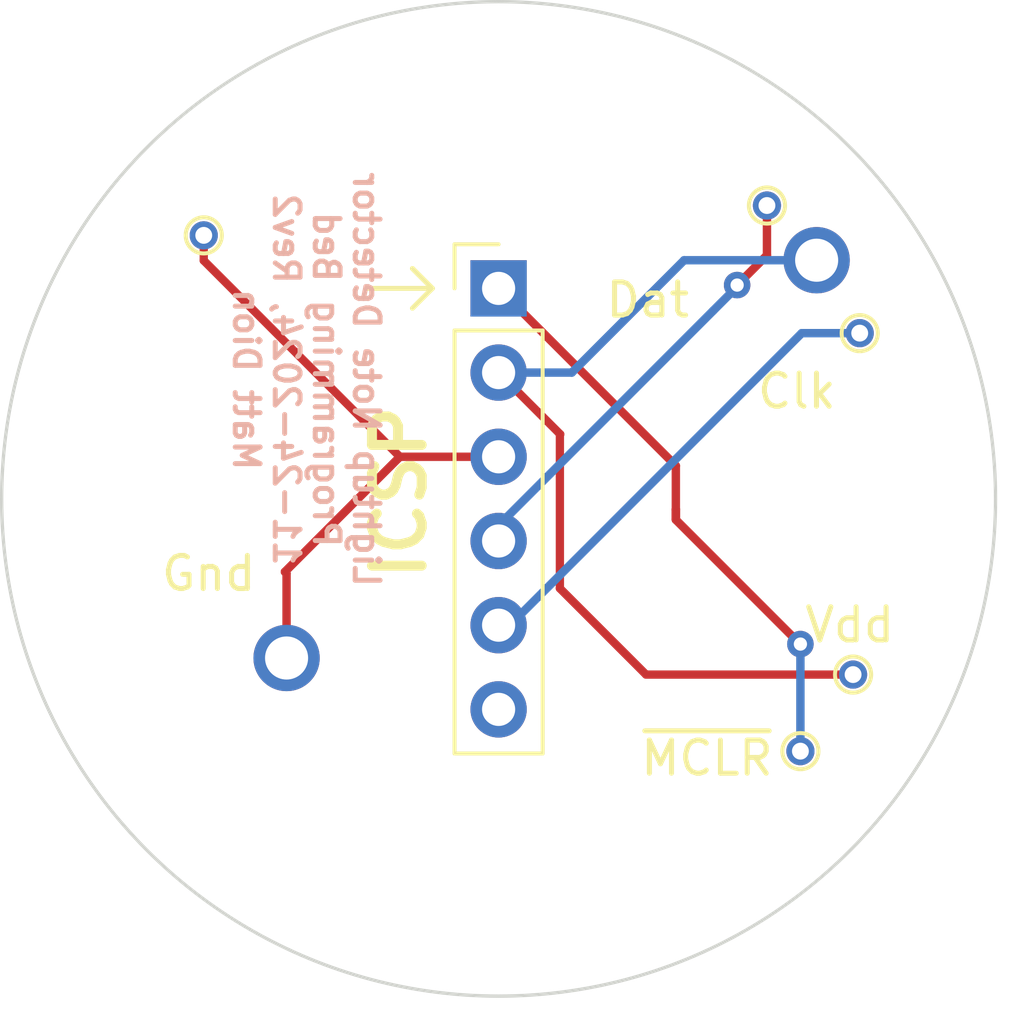
<source format=kicad_pcb>
(kicad_pcb (version 20240108) (generator "pcbnew") (generator_version "8.0")
  (layers (0 "F.Cu" signal) (31 "B.Cu" signal) (34 "B.Paste" user) (35 "F.Paste" user) (36 "B.SilkS" user "B.Silkscreen") (37 "F.SilkS" user "F.Silkscreen") (38 "B.Mask" user) (39 "F.Mask" user) (44 "Edge.Cuts" user))
  (net 0 "")
  (net 1 "Net-(J1-Pad1)")
  (net 2 "Net-(H1-Pad1)")
  (net 3 "Net-(H2-Pad1)")
  (net 4 "Net-(J1-Pad4)")
  (net 5 "Net-(J1-Pad5)")
  (footprint "user:PinHeader_1x01_D1.3mm_Pad2mm" (layer "F.Cu") (at -6.4 4.8)
    (property "Reference" "H2" (hide yes))
    (property "Value" "MountingHole")
    (pad "1" thru_hole circle (at 0 0) (size 2 2) (drill 1.3) (layers "*.Cu" "*.Mask") (net 3 "Net-(H2-Pad1)"))
  )
  (footprint "Connector_PinHeader_2.54mm:PinHeader_1x06_P2.54mm_Vertical" (layer "F.Cu") (at 0 -6.35)
    (property "Reference" "J1" (hide yes))
    (property "Value" "Conn_01x06")
    (fp_line (start -1.33 -1.33) (end 0 -1.33) (stroke (width 0.12)) (layer "F.SilkS"))
    (fp_line (start -1.33 0) (end -1.33 -1.33) (stroke (width 0.12)) (layer "F.SilkS"))
    (fp_line (start -1.33 1.27) (end -1.33 14.03) (stroke (width 0.12)) (layer "F.SilkS"))
    (fp_line (start -1.33 1.27) (end 1.33 1.27) (stroke (width 0.12)) (layer "F.SilkS"))
    (fp_line (start -1.33 14.03) (end 1.33 14.03) (stroke (width 0.12)) (layer "F.SilkS"))
    (fp_line (start 1.33 1.27) (end 1.33 14.03) (stroke (width 0.12)) (layer "F.SilkS"))
    (pad "1" thru_hole rect (at 0 0) (size 1.7 1.7) (drill 1) (layers "*.Cu" "*.Mask") (net 1 "Net-(J1-Pad1)"))
    (pad "2" thru_hole oval (at 0 2.54) (size 1.7 1.7) (drill 1) (layers "*.Cu" "*.Mask") (net 2 "Net-(H1-Pad1)"))
    (pad "3" thru_hole oval (at 0 5.08) (size 1.7 1.7) (drill 1) (layers "*.Cu" "*.Mask") (net 3 "Net-(H2-Pad1)"))
    (pad "4" thru_hole oval (at 0 7.62) (size 1.7 1.7) (drill 1) (layers "*.Cu" "*.Mask") (net 4 "Net-(J1-Pad4)"))
    (pad "5" thru_hole oval (at 0 10.16) (size 1.7 1.7) (drill 1) (layers "*.Cu" "*.Mask") (net 5 "Net-(J1-Pad5)"))
    (pad "6" thru_hole oval (at 0 12.7) (size 1.7 1.7) (drill 1) (layers "*.Cu" "*.Mask"))
  )
  (footprint "user:PinHeader_1x01_D1.3mm_Pad2mm" (layer "F.Cu") (at 9.6 -7.2)
    (property "Reference" "H1" (hide yes))
    (property "Value" "MountingHole")
    (pad "1" thru_hole circle (at 0 0) (size 2 2) (drill 1.3) (layers "*.Cu" "*.Mask") (net 2 "Net-(H1-Pad1)"))
  )
  (footprint "user:PogoPin" (layer "F.Cu") (at 8.1 -8.85)
    (property "Reference" "J5" (hide yes))
    (property "Value" "Conn_01x01")
    (fp_circle (center 0 0) (end 0.5461 0) (stroke (width 0.12)) (fill none) (layer "F.SilkS"))
    (pad "1" thru_hole circle (at 0 0) (size 0.85 0.85) (drill 0.508) (layers "*.Cu" "*.Mask") (net 4 "Net-(J1-Pad4)"))
  )
  (footprint "user:PogoPin" (layer "F.Cu") (at 9.11 7.61)
    (property "Reference" "J2" (hide yes))
    (property "Value" "Conn_01x01")
    (fp_circle (center 0 0) (end 0.5461 0) (stroke (width 0.12)) (fill none) (layer "F.SilkS"))
    (pad "1" thru_hole circle (at 0 0) (size 0.85 0.85) (drill 0.508) (layers "*.Cu" "*.Mask") (net 1 "Net-(J1-Pad1)"))
  )
  (footprint "user:PogoPin" (layer "F.Cu") (at 10.7 5.3)
    (property "Reference" "J3" (hide yes))
    (property "Value" "Conn_01x01")
    (fp_circle (center 0 0) (end 0.5461 0) (stroke (width 0.12)) (fill none) (layer "F.SilkS"))
    (pad "1" thru_hole circle (at 0 0) (size 0.85 0.85) (drill 0.508) (layers "*.Cu" "*.Mask") (net 2 "Net-(H1-Pad1)"))
  )
  (footprint "user:PogoPin" (layer "F.Cu") (at -8.9 -7.95)
    (property "Reference" "J4" (hide yes))
    (property "Value" "Conn_01x01")
    (fp_circle (center 0 0) (end 0.5461 0) (stroke (width 0.12)) (fill none) (layer "F.SilkS"))
    (pad "1" thru_hole circle (at 0 0) (size 0.85 0.85) (drill 0.508) (layers "*.Cu" "*.Mask") (net 3 "Net-(H2-Pad1)"))
  )
  (footprint "user:PogoPin" (layer "F.Cu") (at 10.9 -5)
    (property "Reference" "J6" (hide yes))
    (property "Value" "Conn_01x01")
    (fp_circle (center 0 0) (end 0.5461 0) (stroke (width 0.12)) (fill none) (layer "F.SilkS"))
    (pad "1" thru_hole circle (at 0 0) (size 0.85 0.85) (drill 0.508) (layers "*.Cu" "*.Mask") (net 5 "Net-(J1-Pad5)"))
  )
  (gr_line (start -2 -6.35) (end -2.6 -6.95) (stroke (width 0.15)) (layer "F.SilkS"))
  (gr_line (start -2.6 -6.95) (end -2 -6.35) (stroke (width 0.15)) (layer "F.SilkS"))
  (gr_line (start -4 -6.35) (end -2 -6.35) (stroke (width 0.15)) (layer "F.SilkS"))
  (gr_line (start -2 -6.35) (end -2.6 -5.75) (stroke (width 0.15)) (layer "F.SilkS"))
  (gr_circle (center 0 0) (end 15 0) (stroke (width 0.1)) (fill none) (layer "Edge.Cuts"))
  (gr_text "Lightup Note Detector\nProgramming Bed\n11-24-2024, Rev2\nMatt Dion" (at -5.8 -3.6 270) (layer "B.SilkS") (effects (font (size 0.75 0.75)) (justify mirror)))
  (gr_text "~{MCLR}" (at 6.29 7.82 0) (layer "F.SilkS") (effects (font (size 1 1))))
  (gr_text "Gnd" (at -8.75 2.25 0) (layer "F.SilkS") (effects (font (size 1 1))))
  (gr_text "Dat" (at 4.5 -6 0) (layer "F.SilkS") (effects (font (size 1 1))))
  (gr_text "Clk" (at 9 -3.25 0) (layer "F.SilkS") (effects (font (size 1 1))))
  (gr_text "Vdd" (at 10.6 3.8 0) (layer "F.SilkS") (effects (font (size 1 1))))
  (gr_text "ICSP" (at -3 -0.2 90) (layer "F.SilkS") (effects (font (size 1.5 1.5) (thickness 0.3))))
  (segment (start 5.35 0.63) (end 9.08 4.36) (width 0.254) (layer "F.Cu") (net 1))
  (segment (start 9.08 4.36) (end 9.09 4.36) (width 0.254) (layer "F.Cu") (net 1))
  (segment (start 5.35 0.6) (end 5.35 0.32) (width 0.254) (layer "F.Cu") (net 1))
  (segment (start 9.09 4.36) (end 9.11 4.38) (width 0.254) (layer "F.Cu") (net 1))
  (segment (start 5.35 0.32) (end 5.35 -1) (width 0.254) (layer "F.Cu") (net 1))
  (segment (start 5.35 -1) (end 0 -6.35) (width 0.254) (layer "F.Cu") (net 1))
  (segment (start 5.35 0.32) (end 5.35 0.63) (width 0.254) (layer "F.Cu") (net 1))
  (via (at 9.11 4.38) (size 0.8) (drill 0.4) (layers "F.Cu" "B.Cu") (net 1))
  (segment (start 9.11 4.38) (end 9.11 7.61) (width 0.254) (layer "B.Cu") (net 1))
  (segment (start 1.85 -1.94) (end 1.86 -1.95) (width 0.25) (layer "F.Cu") (net 2))
  (segment (start 1.85 2.7) (end 1.85 -1.94) (width 0.25) (layer "F.Cu") (net 2))
  (segment (start 4.45 5.3) (end 1.85 2.7) (width 0.25) (layer "F.Cu") (net 2))
  (segment (start 1.86 -1.95) (end 0 -3.81) (width 0.25) (layer "F.Cu") (net 2))
  (segment (start 10.7 5.3) (end 4.45 5.3) (width 0.25) (layer "F.Cu") (net 2))
  (segment (start 0 -3.81) (end 2.21 -3.81) (width 0.254) (layer "B.Cu") (net 2))
  (segment (start 2.21 -3.81) (end 5.6 -7.2) (width 0.254) (layer "B.Cu") (net 2))
  (segment (start 9.6 -7.2) (end 5.6 -7.2) (width 0.254) (layer "B.Cu") (net 2))
  (segment (start -6.4 2.25) (end -6.45 2.2) (width 0.254) (layer "F.Cu") (net 3))
  (segment (start -2.98 -1.27) (end -6.45 2.2) (width 0.254) (layer "F.Cu") (net 3))
  (segment (start -6.4 4.8) (end -6.4 2.25) (width 0.254) (layer "F.Cu") (net 3))
  (segment (start -8.9 -7.19) (end -2.98 -1.27) (width 0.25) (layer "F.Cu") (net 3))
  (segment (start 0 -1.27) (end -2.98 -1.27) (width 0.254) (layer "F.Cu") (net 3))
  (segment (start -8.9 -7.95) (end -8.9 -7.19) (width 0.25) (layer "F.Cu") (net 3))
  (segment (start 7.2 -6.45) (end 8.1 -7.35) (width 0.254) (layer "F.Cu") (net 4))
  (segment (start 8.1 -7.35) (end 8.1 -8.85) (width 0.254) (layer "F.Cu") (net 4))
  (via (at 7.2 -6.45) (size 0.8) (drill 0.4) (layers "F.Cu" "B.Cu") (net 4))
  (segment (start 6.475 -5.675) (end 0 0.8) (width 0.254) (layer "B.Cu") (net 4))
  (segment (start 0 0.8) (end 0 1.27) (width 0.254) (layer "B.Cu") (net 4))
  (segment (start 7.2 -6.4) (end 7.2 -6.45) (width 0.254) (layer "B.Cu") (net 4))
  (segment (start 6.475 -5.675) (end 7.2 -6.4) (width 0.254) (layer "B.Cu") (net 4))
  (segment (start 0.34 3.81) (end 0 3.81) (width 0.254) (layer "B.Cu") (net 5))
  (segment (start 9.15 -5) (end 0.34 3.81) (width 0.254) (layer "B.Cu") (net 5))
  (segment (start 10.9 -5) (end 9.15 -5) (width 0.254) (layer "B.Cu") (net 5))
)
</source>
